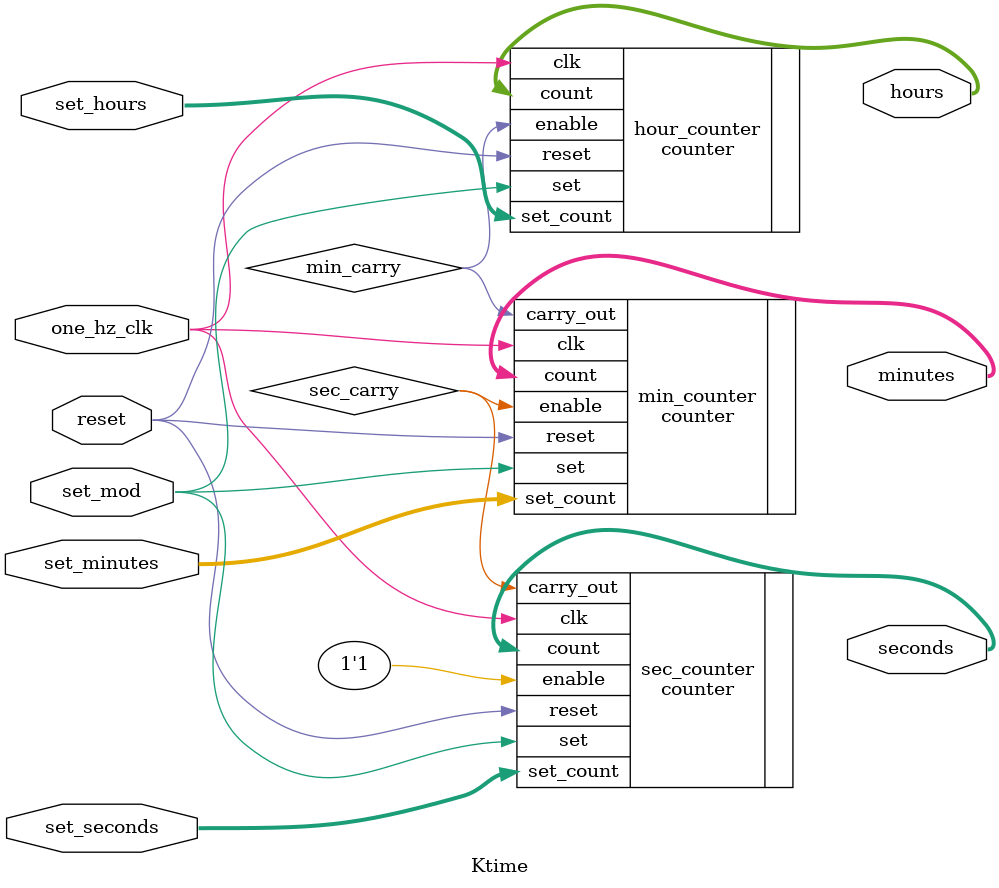
<source format=v>
module Ktime(
  input one_hz_clk,
  input reset,
  input set_mod,
  input [5:0]set_hours,
  input [5:0]set_minutes,
  input [5:0]set_seconds,
  output[5:0] seconds,
  output[5:0] minutes,
  output[5:0] hours
);
  wire sec_carry, min_carry;
  counter sec_counter (
    .clk(one_hz_clk), .reset(reset), .enable(1'b1),
    .set(set_mod),.set_count(set_seconds),.count(seconds), .carry_out(sec_carry)
  );
  counter min_counter (
    .clk(one_hz_clk), .reset(reset), .enable(sec_carry),
    .set(set_mod),.set_count(set_minutes),.count(minutes), .carry_out(min_carry)
  );
  defparam hour_counter.MAX_COUNT = 23;
  counter hour_counter(
    .clk(one_hz_clk), .reset(reset), .enable(min_carry),
    .set(set_mod),.set_count(set_hours), .count(hours)
  );
endmodule
</source>
